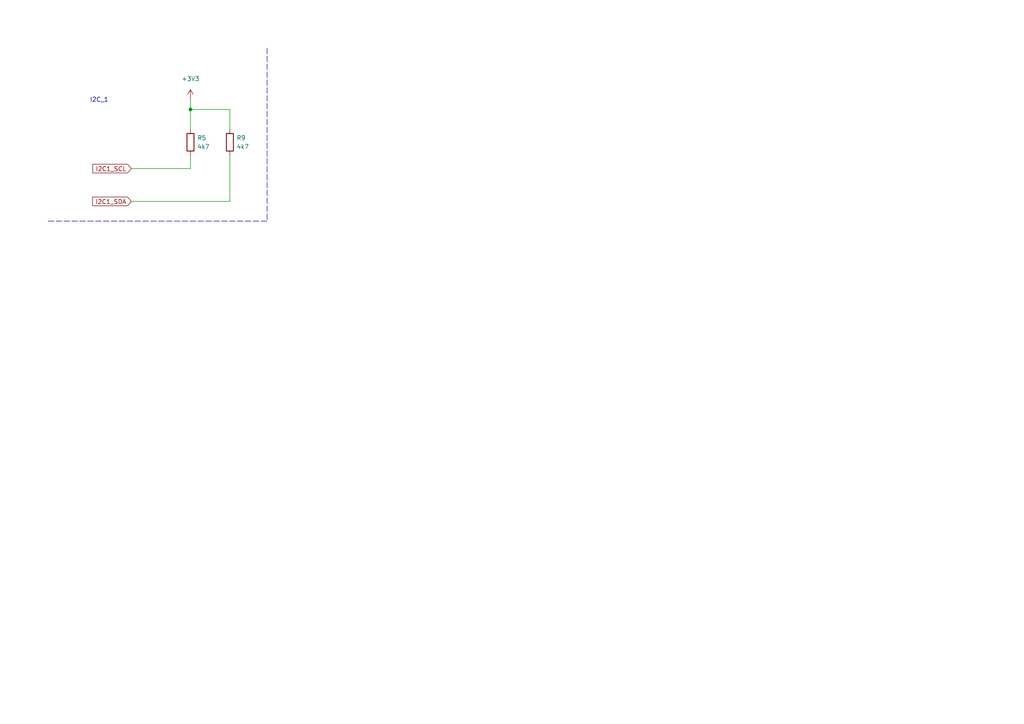
<source format=kicad_sch>
(kicad_sch (version 20211123) (generator eeschema)
  (paper "A4")
  (lib_symbols
    (symbol "Device:R" (pin_numbers hide) (pin_names (offset 0))
      (property "Reference" "R" (at 2.032 0 90))
      (property "Value" "R" (at 0 0 90))
      (symbol "R_0_1"
        (rectangle (start -1.016 -2.54) (end 1.016 2.54) (stroke (width 0.254)))
      )
      (symbol "R_1_1"
        (pin passive line (at 0 3.81 270) (length 1.27) (name "~") (number "1"))
        (pin passive line (at 0 -3.81 90) (length 1.27) (name "~") (number "2"))
      )
    )
    (symbol "power:+3V3" (power) (pin_names (offset 0))
      (property "Value" "+3V3" (at 0 3.556 0))
      (symbol "+3V3_0_1"
        (polyline (pts (xy -0.762 1.27) (xy 0 2.54)))
        (polyline (pts (xy 0 0) (xy 0 2.54)))
        (polyline (pts (xy 0 2.54) (xy 0.762 1.27)))
      )
      (symbol "+3V3_1_1"
        (pin power_in line (at 0 0 90) (length 0) hide (name "+3V3") (number "1"))
      )
    )
  )
  (junction (at 55.245 31.75))
  (wire (pts (xy 55.245 31.75) (xy 55.245 37.465)))
  (wire (pts (xy 38.1 48.895) (xy 55.245 48.895)))
  (polyline (pts (xy 13.97 64.135) (xy 77.47 64.135)))
  (wire (pts (xy 66.675 58.42) (xy 38.1 58.42)))
  (wire (pts (xy 66.675 37.465) (xy 66.675 31.75)))
  (wire (pts (xy 66.675 45.085) (xy 66.675 58.42)))
  (wire (pts (xy 55.245 28.575) (xy 55.245 31.75)))
  (wire (pts (xy 66.675 31.75) (xy 55.245 31.75)))
  (wire (pts (xy 55.245 48.895) (xy 55.245 45.085)))
  (polyline (pts (xy 77.47 13.97) (xy 77.47 64.135)))
  (text "I2C_1\n" (at 26.035 29.845 0) (effects (font (size 1.27 1.27)) (justify left bottom)))
  (global_label "I2C1_SCL" (shape input) (at 38.1 48.895 180) (property "Intersheet References" "${INTERSHEET_REFS}" (effects hide)))
  (global_label "I2C1_SDA" (shape input) (at 38.1 58.42 180) (property "Intersheet References" "${INTERSHEET_REFS}" (effects hide)))
  (symbol (lib_id "Device:R") (at 66.675 41.275 0) (unit 1)
    (property "Reference" "R9" (at 68.58 40.0049 0) (effects (justify left)))
    (property "Value" "4k7" (at 68.58 42.5449 0) (effects (justify left)))
  )
  (symbol (lib_id "Device:R") (at 55.245 41.275 0) (unit 1)
    (property "Reference" "R5" (at 57.15 40.0049 0) (effects (justify left)))
    (property "Value" "4k7" (at 57.15 42.5449 0) (effects (justify left)))
  )
  (symbol (lib_id "power:+3V3") (at 55.245 28.575 0) (unit 1)
    (property "Reference" "#PWR056" (effects hide))
    (property "Value" "+3V3" (at 55.245 22.86 0))
  )
)
</source>
